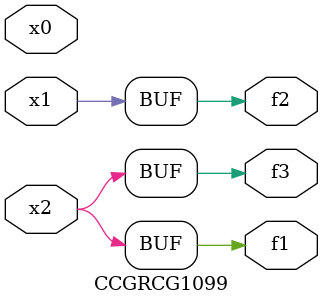
<source format=v>
module CCGRCG1099(
	input x0, x1, x2,
	output f1, f2, f3
);
	assign f1 = x2;
	assign f2 = x1;
	assign f3 = x2;
endmodule

</source>
